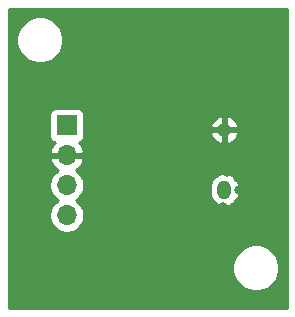
<source format=gbr>
%TF.GenerationSoftware,KiCad,Pcbnew,5.1.6-c6e7f7d~87~ubuntu18.04.1*%
%TF.CreationDate,2021-12-07T16:29:37-08:00*%
%TF.ProjectId,photodiode-amp,70686f74-6f64-4696-9f64-652d616d702e,rev?*%
%TF.SameCoordinates,Original*%
%TF.FileFunction,Copper,L2,Bot*%
%TF.FilePolarity,Positive*%
%FSLAX46Y46*%
G04 Gerber Fmt 4.6, Leading zero omitted, Abs format (unit mm)*
G04 Created by KiCad (PCBNEW 5.1.6-c6e7f7d~87~ubuntu18.04.1) date 2021-12-07 16:29:37*
%MOMM*%
%LPD*%
G01*
G04 APERTURE LIST*
%TA.AperFunction,ComponentPad*%
%ADD10O,1.200000X1.200000*%
%TD*%
%TA.AperFunction,ComponentPad*%
%ADD11O,1.200000X1.600000*%
%TD*%
%TA.AperFunction,ComponentPad*%
%ADD12O,1.700000X1.700000*%
%TD*%
%TA.AperFunction,ComponentPad*%
%ADD13R,1.700000X1.700000*%
%TD*%
%TA.AperFunction,ViaPad*%
%ADD14C,0.800000*%
%TD*%
%TA.AperFunction,Conductor*%
%ADD15C,0.254000*%
%TD*%
G04 APERTURE END LIST*
D10*
%TO.P,D1,2*%
%TO.N,GND*%
X158877000Y-94742000D03*
D11*
%TO.P,D1,1*%
%TO.N,Net-(C1-Pad1)*%
X158877000Y-99822000D03*
%TD*%
D12*
%TO.P,J2,4*%
%TO.N,/Vout*%
X145542000Y-101981000D03*
%TO.P,J2,3*%
%TO.N,/Vref*%
X145542000Y-99441000D03*
%TO.P,J2,2*%
%TO.N,GND*%
X145542000Y-96901000D03*
D13*
%TO.P,J2,1*%
%TO.N,+5V*%
X145542000Y-94361000D03*
%TD*%
D14*
%TO.N,GND*%
X148971000Y-94996000D03*
X149479000Y-99187000D03*
X155575000Y-99187000D03*
X152654000Y-104775000D03*
X153797000Y-104775000D03*
X154178000Y-101727000D03*
X154178000Y-102743000D03*
X154178000Y-103759000D03*
X156464000Y-99187000D03*
X157480000Y-99187000D03*
X154178000Y-100838000D03*
X155194000Y-100838000D03*
X156337000Y-100838000D03*
X157480000Y-100838000D03*
X160020000Y-100965000D03*
X160147000Y-99822000D03*
X160020000Y-98806000D03*
X158800800Y-101244400D03*
X159131000Y-98298000D03*
X158089600Y-98475800D03*
%TD*%
D15*
%TO.N,GND*%
G36*
X164186000Y-109830000D02*
G01*
X140614000Y-109830000D01*
X140614000Y-106230495D01*
X159559000Y-106230495D01*
X159559000Y-106621505D01*
X159635282Y-107005003D01*
X159784915Y-107366250D01*
X160002149Y-107691364D01*
X160278636Y-107967851D01*
X160603750Y-108185085D01*
X160964997Y-108334718D01*
X161348495Y-108411000D01*
X161739505Y-108411000D01*
X162123003Y-108334718D01*
X162484250Y-108185085D01*
X162809364Y-107967851D01*
X163085851Y-107691364D01*
X163303085Y-107366250D01*
X163452718Y-107005003D01*
X163529000Y-106621505D01*
X163529000Y-106230495D01*
X163452718Y-105846997D01*
X163303085Y-105485750D01*
X163085851Y-105160636D01*
X162809364Y-104884149D01*
X162484250Y-104666915D01*
X162123003Y-104517282D01*
X161739505Y-104441000D01*
X161348495Y-104441000D01*
X160964997Y-104517282D01*
X160603750Y-104666915D01*
X160278636Y-104884149D01*
X160002149Y-105160636D01*
X159784915Y-105485750D01*
X159635282Y-105846997D01*
X159559000Y-106230495D01*
X140614000Y-106230495D01*
X140614000Y-99294740D01*
X144057000Y-99294740D01*
X144057000Y-99587260D01*
X144114068Y-99874158D01*
X144226010Y-100144411D01*
X144388525Y-100387632D01*
X144595368Y-100594475D01*
X144769760Y-100711000D01*
X144595368Y-100827525D01*
X144388525Y-101034368D01*
X144226010Y-101277589D01*
X144114068Y-101547842D01*
X144057000Y-101834740D01*
X144057000Y-102127260D01*
X144114068Y-102414158D01*
X144226010Y-102684411D01*
X144388525Y-102927632D01*
X144595368Y-103134475D01*
X144838589Y-103296990D01*
X145108842Y-103408932D01*
X145395740Y-103466000D01*
X145688260Y-103466000D01*
X145975158Y-103408932D01*
X146245411Y-103296990D01*
X146488632Y-103134475D01*
X146695475Y-102927632D01*
X146857990Y-102684411D01*
X146969932Y-102414158D01*
X147027000Y-102127260D01*
X147027000Y-101834740D01*
X146969932Y-101547842D01*
X146857990Y-101277589D01*
X146695475Y-101034368D01*
X146488632Y-100827525D01*
X146314240Y-100711000D01*
X146488632Y-100594475D01*
X146695475Y-100387632D01*
X146857990Y-100144411D01*
X146969932Y-99874158D01*
X147027000Y-99587260D01*
X147027000Y-99561336D01*
X157642000Y-99561336D01*
X157642000Y-100082665D01*
X157659870Y-100264102D01*
X157730489Y-100496901D01*
X157845168Y-100711449D01*
X157999499Y-100899502D01*
X158187552Y-101053833D01*
X158402100Y-101168511D01*
X158634899Y-101239130D01*
X158877000Y-101262975D01*
X159119102Y-101239130D01*
X159351901Y-101168511D01*
X159566449Y-101053833D01*
X159754502Y-100899502D01*
X159908833Y-100711449D01*
X160023511Y-100496900D01*
X160094130Y-100264101D01*
X160112000Y-100082664D01*
X160112000Y-99561335D01*
X160094130Y-99379898D01*
X160023511Y-99147099D01*
X159908833Y-98932551D01*
X159754502Y-98744498D01*
X159566448Y-98590167D01*
X159351900Y-98475489D01*
X159119101Y-98404870D01*
X158877000Y-98381025D01*
X158634898Y-98404870D01*
X158402099Y-98475489D01*
X158187551Y-98590167D01*
X157999498Y-98744498D01*
X157845167Y-98932552D01*
X157730489Y-99147100D01*
X157659870Y-99379899D01*
X157642000Y-99561336D01*
X147027000Y-99561336D01*
X147027000Y-99294740D01*
X146969932Y-99007842D01*
X146857990Y-98737589D01*
X146695475Y-98494368D01*
X146488632Y-98287525D01*
X146306466Y-98165805D01*
X146423355Y-98096178D01*
X146639588Y-97901269D01*
X146813641Y-97667920D01*
X146938825Y-97405099D01*
X146983476Y-97257890D01*
X146862155Y-97028000D01*
X145669000Y-97028000D01*
X145669000Y-97048000D01*
X145415000Y-97048000D01*
X145415000Y-97028000D01*
X144221845Y-97028000D01*
X144100524Y-97257890D01*
X144145175Y-97405099D01*
X144270359Y-97667920D01*
X144444412Y-97901269D01*
X144660645Y-98096178D01*
X144777534Y-98165805D01*
X144595368Y-98287525D01*
X144388525Y-98494368D01*
X144226010Y-98737589D01*
X144114068Y-99007842D01*
X144057000Y-99294740D01*
X140614000Y-99294740D01*
X140614000Y-93511000D01*
X144053928Y-93511000D01*
X144053928Y-95211000D01*
X144066188Y-95335482D01*
X144102498Y-95455180D01*
X144161463Y-95565494D01*
X144240815Y-95662185D01*
X144337506Y-95741537D01*
X144447820Y-95800502D01*
X144528466Y-95824966D01*
X144444412Y-95900731D01*
X144270359Y-96134080D01*
X144145175Y-96396901D01*
X144100524Y-96544110D01*
X144221845Y-96774000D01*
X145415000Y-96774000D01*
X145415000Y-96754000D01*
X145669000Y-96754000D01*
X145669000Y-96774000D01*
X146862155Y-96774000D01*
X146983476Y-96544110D01*
X146938825Y-96396901D01*
X146813641Y-96134080D01*
X146639588Y-95900731D01*
X146555534Y-95824966D01*
X146636180Y-95800502D01*
X146746494Y-95741537D01*
X146843185Y-95662185D01*
X146922537Y-95565494D01*
X146981502Y-95455180D01*
X147017812Y-95335482D01*
X147030072Y-95211000D01*
X147030072Y-95059610D01*
X157683533Y-95059610D01*
X157768428Y-95286341D01*
X157895925Y-95492153D01*
X158061124Y-95669137D01*
X158257676Y-95810492D01*
X158478029Y-95910785D01*
X158559391Y-95935462D01*
X158750000Y-95810731D01*
X158750000Y-94869000D01*
X159004000Y-94869000D01*
X159004000Y-95810731D01*
X159194609Y-95935462D01*
X159275971Y-95910785D01*
X159496324Y-95810492D01*
X159692876Y-95669137D01*
X159858075Y-95492153D01*
X159985572Y-95286341D01*
X160070467Y-95059610D01*
X159946709Y-94869000D01*
X159004000Y-94869000D01*
X158750000Y-94869000D01*
X157807291Y-94869000D01*
X157683533Y-95059610D01*
X147030072Y-95059610D01*
X147030072Y-94424390D01*
X157683533Y-94424390D01*
X157807291Y-94615000D01*
X158750000Y-94615000D01*
X158750000Y-93673269D01*
X159004000Y-93673269D01*
X159004000Y-94615000D01*
X159946709Y-94615000D01*
X160070467Y-94424390D01*
X159985572Y-94197659D01*
X159858075Y-93991847D01*
X159692876Y-93814863D01*
X159496324Y-93673508D01*
X159275971Y-93573215D01*
X159194609Y-93548538D01*
X159004000Y-93673269D01*
X158750000Y-93673269D01*
X158559391Y-93548538D01*
X158478029Y-93573215D01*
X158257676Y-93673508D01*
X158061124Y-93814863D01*
X157895925Y-93991847D01*
X157768428Y-94197659D01*
X157683533Y-94424390D01*
X147030072Y-94424390D01*
X147030072Y-93511000D01*
X147017812Y-93386518D01*
X146981502Y-93266820D01*
X146922537Y-93156506D01*
X146843185Y-93059815D01*
X146746494Y-92980463D01*
X146636180Y-92921498D01*
X146516482Y-92885188D01*
X146392000Y-92872928D01*
X144692000Y-92872928D01*
X144567518Y-92885188D01*
X144447820Y-92921498D01*
X144337506Y-92980463D01*
X144240815Y-93059815D01*
X144161463Y-93156506D01*
X144102498Y-93266820D01*
X144066188Y-93386518D01*
X144053928Y-93511000D01*
X140614000Y-93511000D01*
X140614000Y-86926495D01*
X141271000Y-86926495D01*
X141271000Y-87317505D01*
X141347282Y-87701003D01*
X141496915Y-88062250D01*
X141714149Y-88387364D01*
X141990636Y-88663851D01*
X142315750Y-88881085D01*
X142676997Y-89030718D01*
X143060495Y-89107000D01*
X143451505Y-89107000D01*
X143835003Y-89030718D01*
X144196250Y-88881085D01*
X144521364Y-88663851D01*
X144797851Y-88387364D01*
X145015085Y-88062250D01*
X145164718Y-87701003D01*
X145241000Y-87317505D01*
X145241000Y-86926495D01*
X145164718Y-86542997D01*
X145015085Y-86181750D01*
X144797851Y-85856636D01*
X144521364Y-85580149D01*
X144196250Y-85362915D01*
X143835003Y-85213282D01*
X143451505Y-85137000D01*
X143060495Y-85137000D01*
X142676997Y-85213282D01*
X142315750Y-85362915D01*
X141990636Y-85580149D01*
X141714149Y-85856636D01*
X141496915Y-86181750D01*
X141347282Y-86542997D01*
X141271000Y-86926495D01*
X140614000Y-86926495D01*
X140614000Y-84480000D01*
X164186001Y-84480000D01*
X164186000Y-109830000D01*
G37*
X164186000Y-109830000D02*
X140614000Y-109830000D01*
X140614000Y-106230495D01*
X159559000Y-106230495D01*
X159559000Y-106621505D01*
X159635282Y-107005003D01*
X159784915Y-107366250D01*
X160002149Y-107691364D01*
X160278636Y-107967851D01*
X160603750Y-108185085D01*
X160964997Y-108334718D01*
X161348495Y-108411000D01*
X161739505Y-108411000D01*
X162123003Y-108334718D01*
X162484250Y-108185085D01*
X162809364Y-107967851D01*
X163085851Y-107691364D01*
X163303085Y-107366250D01*
X163452718Y-107005003D01*
X163529000Y-106621505D01*
X163529000Y-106230495D01*
X163452718Y-105846997D01*
X163303085Y-105485750D01*
X163085851Y-105160636D01*
X162809364Y-104884149D01*
X162484250Y-104666915D01*
X162123003Y-104517282D01*
X161739505Y-104441000D01*
X161348495Y-104441000D01*
X160964997Y-104517282D01*
X160603750Y-104666915D01*
X160278636Y-104884149D01*
X160002149Y-105160636D01*
X159784915Y-105485750D01*
X159635282Y-105846997D01*
X159559000Y-106230495D01*
X140614000Y-106230495D01*
X140614000Y-99294740D01*
X144057000Y-99294740D01*
X144057000Y-99587260D01*
X144114068Y-99874158D01*
X144226010Y-100144411D01*
X144388525Y-100387632D01*
X144595368Y-100594475D01*
X144769760Y-100711000D01*
X144595368Y-100827525D01*
X144388525Y-101034368D01*
X144226010Y-101277589D01*
X144114068Y-101547842D01*
X144057000Y-101834740D01*
X144057000Y-102127260D01*
X144114068Y-102414158D01*
X144226010Y-102684411D01*
X144388525Y-102927632D01*
X144595368Y-103134475D01*
X144838589Y-103296990D01*
X145108842Y-103408932D01*
X145395740Y-103466000D01*
X145688260Y-103466000D01*
X145975158Y-103408932D01*
X146245411Y-103296990D01*
X146488632Y-103134475D01*
X146695475Y-102927632D01*
X146857990Y-102684411D01*
X146969932Y-102414158D01*
X147027000Y-102127260D01*
X147027000Y-101834740D01*
X146969932Y-101547842D01*
X146857990Y-101277589D01*
X146695475Y-101034368D01*
X146488632Y-100827525D01*
X146314240Y-100711000D01*
X146488632Y-100594475D01*
X146695475Y-100387632D01*
X146857990Y-100144411D01*
X146969932Y-99874158D01*
X147027000Y-99587260D01*
X147027000Y-99561336D01*
X157642000Y-99561336D01*
X157642000Y-100082665D01*
X157659870Y-100264102D01*
X157730489Y-100496901D01*
X157845168Y-100711449D01*
X157999499Y-100899502D01*
X158187552Y-101053833D01*
X158402100Y-101168511D01*
X158634899Y-101239130D01*
X158877000Y-101262975D01*
X159119102Y-101239130D01*
X159351901Y-101168511D01*
X159566449Y-101053833D01*
X159754502Y-100899502D01*
X159908833Y-100711449D01*
X160023511Y-100496900D01*
X160094130Y-100264101D01*
X160112000Y-100082664D01*
X160112000Y-99561335D01*
X160094130Y-99379898D01*
X160023511Y-99147099D01*
X159908833Y-98932551D01*
X159754502Y-98744498D01*
X159566448Y-98590167D01*
X159351900Y-98475489D01*
X159119101Y-98404870D01*
X158877000Y-98381025D01*
X158634898Y-98404870D01*
X158402099Y-98475489D01*
X158187551Y-98590167D01*
X157999498Y-98744498D01*
X157845167Y-98932552D01*
X157730489Y-99147100D01*
X157659870Y-99379899D01*
X157642000Y-99561336D01*
X147027000Y-99561336D01*
X147027000Y-99294740D01*
X146969932Y-99007842D01*
X146857990Y-98737589D01*
X146695475Y-98494368D01*
X146488632Y-98287525D01*
X146306466Y-98165805D01*
X146423355Y-98096178D01*
X146639588Y-97901269D01*
X146813641Y-97667920D01*
X146938825Y-97405099D01*
X146983476Y-97257890D01*
X146862155Y-97028000D01*
X145669000Y-97028000D01*
X145669000Y-97048000D01*
X145415000Y-97048000D01*
X145415000Y-97028000D01*
X144221845Y-97028000D01*
X144100524Y-97257890D01*
X144145175Y-97405099D01*
X144270359Y-97667920D01*
X144444412Y-97901269D01*
X144660645Y-98096178D01*
X144777534Y-98165805D01*
X144595368Y-98287525D01*
X144388525Y-98494368D01*
X144226010Y-98737589D01*
X144114068Y-99007842D01*
X144057000Y-99294740D01*
X140614000Y-99294740D01*
X140614000Y-93511000D01*
X144053928Y-93511000D01*
X144053928Y-95211000D01*
X144066188Y-95335482D01*
X144102498Y-95455180D01*
X144161463Y-95565494D01*
X144240815Y-95662185D01*
X144337506Y-95741537D01*
X144447820Y-95800502D01*
X144528466Y-95824966D01*
X144444412Y-95900731D01*
X144270359Y-96134080D01*
X144145175Y-96396901D01*
X144100524Y-96544110D01*
X144221845Y-96774000D01*
X145415000Y-96774000D01*
X145415000Y-96754000D01*
X145669000Y-96754000D01*
X145669000Y-96774000D01*
X146862155Y-96774000D01*
X146983476Y-96544110D01*
X146938825Y-96396901D01*
X146813641Y-96134080D01*
X146639588Y-95900731D01*
X146555534Y-95824966D01*
X146636180Y-95800502D01*
X146746494Y-95741537D01*
X146843185Y-95662185D01*
X146922537Y-95565494D01*
X146981502Y-95455180D01*
X147017812Y-95335482D01*
X147030072Y-95211000D01*
X147030072Y-95059610D01*
X157683533Y-95059610D01*
X157768428Y-95286341D01*
X157895925Y-95492153D01*
X158061124Y-95669137D01*
X158257676Y-95810492D01*
X158478029Y-95910785D01*
X158559391Y-95935462D01*
X158750000Y-95810731D01*
X158750000Y-94869000D01*
X159004000Y-94869000D01*
X159004000Y-95810731D01*
X159194609Y-95935462D01*
X159275971Y-95910785D01*
X159496324Y-95810492D01*
X159692876Y-95669137D01*
X159858075Y-95492153D01*
X159985572Y-95286341D01*
X160070467Y-95059610D01*
X159946709Y-94869000D01*
X159004000Y-94869000D01*
X158750000Y-94869000D01*
X157807291Y-94869000D01*
X157683533Y-95059610D01*
X147030072Y-95059610D01*
X147030072Y-94424390D01*
X157683533Y-94424390D01*
X157807291Y-94615000D01*
X158750000Y-94615000D01*
X158750000Y-93673269D01*
X159004000Y-93673269D01*
X159004000Y-94615000D01*
X159946709Y-94615000D01*
X160070467Y-94424390D01*
X159985572Y-94197659D01*
X159858075Y-93991847D01*
X159692876Y-93814863D01*
X159496324Y-93673508D01*
X159275971Y-93573215D01*
X159194609Y-93548538D01*
X159004000Y-93673269D01*
X158750000Y-93673269D01*
X158559391Y-93548538D01*
X158478029Y-93573215D01*
X158257676Y-93673508D01*
X158061124Y-93814863D01*
X157895925Y-93991847D01*
X157768428Y-94197659D01*
X157683533Y-94424390D01*
X147030072Y-94424390D01*
X147030072Y-93511000D01*
X147017812Y-93386518D01*
X146981502Y-93266820D01*
X146922537Y-93156506D01*
X146843185Y-93059815D01*
X146746494Y-92980463D01*
X146636180Y-92921498D01*
X146516482Y-92885188D01*
X146392000Y-92872928D01*
X144692000Y-92872928D01*
X144567518Y-92885188D01*
X144447820Y-92921498D01*
X144337506Y-92980463D01*
X144240815Y-93059815D01*
X144161463Y-93156506D01*
X144102498Y-93266820D01*
X144066188Y-93386518D01*
X144053928Y-93511000D01*
X140614000Y-93511000D01*
X140614000Y-86926495D01*
X141271000Y-86926495D01*
X141271000Y-87317505D01*
X141347282Y-87701003D01*
X141496915Y-88062250D01*
X141714149Y-88387364D01*
X141990636Y-88663851D01*
X142315750Y-88881085D01*
X142676997Y-89030718D01*
X143060495Y-89107000D01*
X143451505Y-89107000D01*
X143835003Y-89030718D01*
X144196250Y-88881085D01*
X144521364Y-88663851D01*
X144797851Y-88387364D01*
X145015085Y-88062250D01*
X145164718Y-87701003D01*
X145241000Y-87317505D01*
X145241000Y-86926495D01*
X145164718Y-86542997D01*
X145015085Y-86181750D01*
X144797851Y-85856636D01*
X144521364Y-85580149D01*
X144196250Y-85362915D01*
X143835003Y-85213282D01*
X143451505Y-85137000D01*
X143060495Y-85137000D01*
X142676997Y-85213282D01*
X142315750Y-85362915D01*
X141990636Y-85580149D01*
X141714149Y-85856636D01*
X141496915Y-86181750D01*
X141347282Y-86542997D01*
X141271000Y-86926495D01*
X140614000Y-86926495D01*
X140614000Y-84480000D01*
X164186001Y-84480000D01*
X164186000Y-109830000D01*
%TD*%
M02*

</source>
